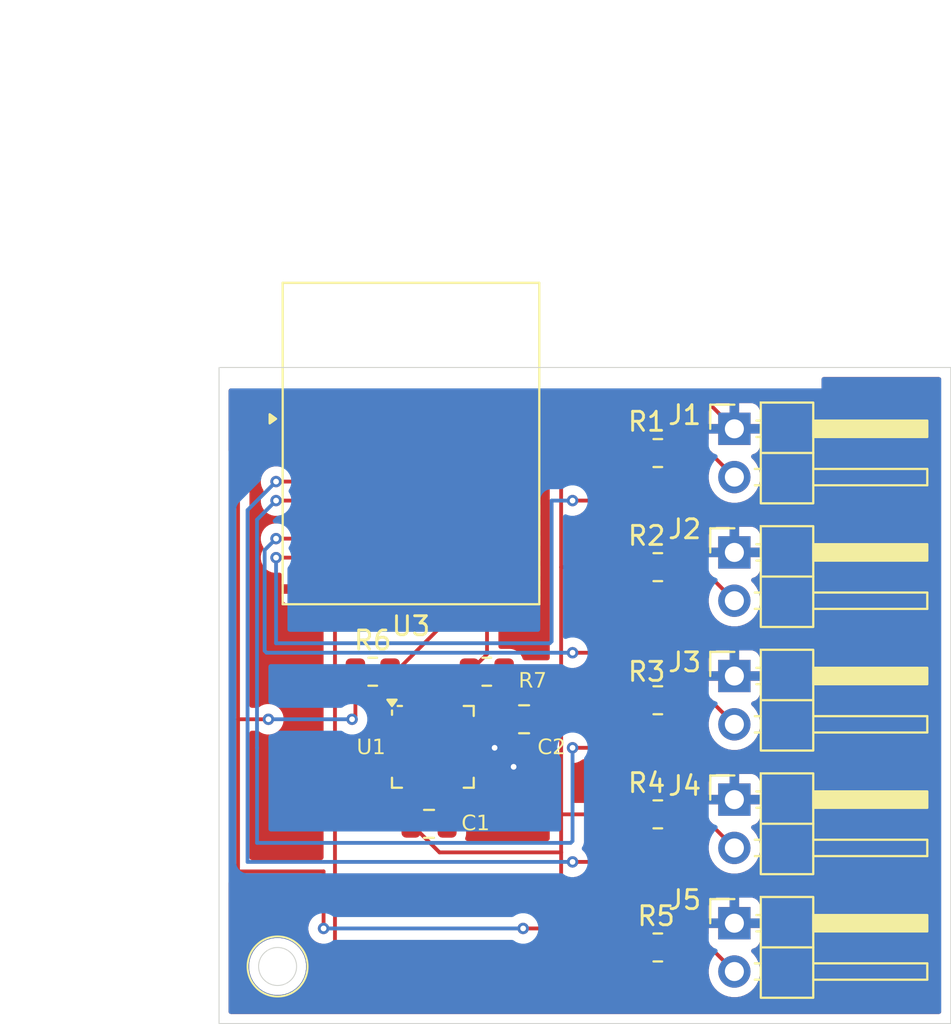
<source format=kicad_pcb>
(kicad_pcb (version 20241229) (generator "pcbnew") (generator_version "9.0")
  (layers (0 "F.Cu" signal) (2 "B.Cu" signal) (13 "F.Paste" user) (15 "B.Paste" user) (5 "F.SilkS" user "F.Silkscreen") (7 "B.SilkS" user "B.Silkscreen") (1 "F.Mask" user) (3 "B.Mask" user) (25 "Edge.Cuts" user))
  (net 0 "")
  (net 1 "Net-(Brd1-SCL)")
  (net 2 "Net-(Brd1-VCC)")
  (net 3 "Net-(Brd1-SDA)")
  (net 4 "Net-(U1-VLOGIC)")
  (net 5 "Net-(U1-VDD)")
  (net 6 "Net-(J1-Pin_2)")
  (net 7 "Net-(J2-Pin_2)")
  (net 8 "Net-(J3-Pin_2)")
  (net 9 "Net-(J4-Pin_2)")
  (net 10 "Net-(J5-Pin_2)")
  (net 11 "Net-(U1-SDA)")
  (net 12 "Net-(U1-SCL)")
  (net 52 "GND")
  (footprint "Resistor_SMD:R_0805_2012Metric" (layer "F.Cu") (at 100.5875 51.5 180)
    (property "Reference" "R7" (at -2.4125 -0.5 0) (layer "F.SilkS") (effects (font (size 0.8 0.8) (thickness 0.075))))
    (property "Value" "4.7k")
    (fp_line (start -0.227064 0.735) (end 0.227064 0.735) (stroke (width 0.12)) (layer "F.SilkS"))
    (fp_line (start -0.227064 -0.735) (end 0.227064 -0.735) (stroke (width 0.12)) (layer "F.SilkS"))
    (pad "1" smd roundrect (at -0.9125 0 180) (size 1.025 1.4) (layers "F.Cu" "F.Mask" "F.Paste") (roundrect_rratio 0.243902) (net 2 "Net-(Brd1-VCC)"))
    (pad "2" smd roundrect (at 0.9125 0 180) (size 1.025 1.4) (layers "F.Cu" "F.Mask" "F.Paste") (roundrect_rratio 0.243902) (net 12 "Net-(U1-SCL)"))
  )
  (footprint "Connector_PinHeader_2.54mm:PinHeader_1x02_P2.54mm_Horizontal" (layer "F.Cu") (at 113.615 51.725)
    (property "Reference" "J3" (at -2.615 -0.725 0) (layer "F.SilkS"))
    (property "Value" "Conn_01x02_Pin" (hide yes))
    (fp_line (start -1.27 -1.27) (end 0 -1.27) (stroke (width 0.12)) (layer "F.SilkS"))
    (fp_line (start -1.27 0) (end -1.27 -1.27) (stroke (width 0.12)) (layer "F.SilkS"))
    (fp_line (start 1.077358 2.11) (end 1.39 2.11) (stroke (width 0.12)) (layer "F.SilkS"))
    (fp_line (start 1.077358 2.97) (end 1.39 2.97) (stroke (width 0.12)) (layer "F.SilkS"))
    (fp_line (start 1.16 -0.43) (end 1.39 -0.43) (stroke (width 0.12)) (layer "F.SilkS"))
    (fp_line (start 1.16 0.43) (end 1.39 0.43) (stroke (width 0.12)) (layer "F.SilkS"))
    (fp_line (start 1.39 1.27) (end 4.15 1.27) (stroke (width 0.12)) (layer "F.SilkS"))
    (fp_line (start 4.15 2.11) (end 10.15 2.11) (stroke (width 0.12)) (layer "F.SilkS"))
    (fp_line (start 10.15 2.11) (end 10.15 2.97) (stroke (width 0.12)) (layer "F.SilkS"))
    (fp_line (start 10.15 2.97) (end 4.15 2.97) (stroke (width 0.12)) (layer "F.SilkS"))
    (fp_rect (start 1.39 -1.38) (end 4.15 3.92) (stroke (width 0.12)) (fill no) (layer "F.SilkS"))
    (fp_rect (start 4.15 -0.43) (end 10.15 0.43) (stroke (width 0.12)) (fill yes) (layer "F.SilkS"))
    (pad "1" thru_hole rect (at 0 0) (size 1.7 1.7) (drill 1) (layers "*.Cu" "*.Mask") (net 52 "GND"))
    (pad "2" thru_hole circle (at 0 2.54) (size 1.7 1.7) (drill 1) (layers "*.Cu" "*.Mask") (net 8 "Net-(J3-Pin_2)"))
  )
  (footprint "Connector_PinHeader_2.54mm:PinHeader_1x02_P2.54mm_Horizontal" (layer "F.Cu") (at 113.615 38.725)
    (property "Reference" "J1" (at -2.615 -0.725 0) (layer "F.SilkS"))
    (property "Value" "Conn_01x02_Pin" (hide yes))
    (fp_line (start -1.27 -1.27) (end 0 -1.27) (stroke (width 0.12)) (layer "F.SilkS"))
    (fp_line (start -1.27 0) (end -1.27 -1.27) (stroke (width 0.12)) (layer "F.SilkS"))
    (fp_line (start 1.077358 2.11) (end 1.39 2.11) (stroke (width 0.12)) (layer "F.SilkS"))
    (fp_line (start 1.077358 2.97) (end 1.39 2.97) (stroke (width 0.12)) (layer "F.SilkS"))
    (fp_line (start 1.16 -0.43) (end 1.39 -0.43) (stroke (width 0.12)) (layer "F.SilkS"))
    (fp_line (start 1.16 0.43) (end 1.39 0.43) (stroke (width 0.12)) (layer "F.SilkS"))
    (fp_line (start 1.39 1.27) (end 4.15 1.27) (stroke (width 0.12)) (layer "F.SilkS"))
    (fp_line (start 4.15 2.11) (end 10.15 2.11) (stroke (width 0.12)) (layer "F.SilkS"))
    (fp_line (start 10.15 2.11) (end 10.15 2.97) (stroke (width 0.12)) (layer "F.SilkS"))
    (fp_line (start 10.15 2.97) (end 4.15 2.97) (stroke (width 0.12)) (layer "F.SilkS"))
    (fp_rect (start 1.39 -1.38) (end 4.15 3.92) (stroke (width 0.12)) (fill no) (layer "F.SilkS"))
    (fp_rect (start 4.15 -0.43) (end 10.15 0.43) (stroke (width 0.12)) (fill yes) (layer "F.SilkS"))
    (pad "1" thru_hole rect (at 0 0) (size 1.7 1.7) (drill 1) (layers "*.Cu" "*.Mask") (net 52 "GND"))
    (pad "2" thru_hole circle (at 0 2.54) (size 1.7 1.7) (drill 1) (layers "*.Cu" "*.Mask") (net 6 "Net-(J1-Pin_2)"))
  )
  (footprint "Capacitor_SMD:C_0805_2012Metric" (layer "F.Cu") (at 102.55 54)
    (property "Reference" "C2" (at 1.45 1.5 0) (layer "F.SilkS") (effects (font (size 0.8 0.8) (thickness 0.075))))
    (property "Value" "0.1uf")
    (fp_line (start -0.261252 -0.735) (end 0.261252 -0.735) (stroke (width 0.12)) (layer "F.SilkS"))
    (fp_line (start -0.261252 0.735) (end 0.261252 0.735) (stroke (width 0.12)) (layer "F.SilkS"))
    (pad "1" smd roundrect (at -0.95 0) (size 1 1.45) (layers "F.Cu" "F.Mask" "F.Paste") (net 2 "Net-(Brd1-VCC)"))
    (pad "2" smd roundrect (at 0.95 0) (size 1 1.45) (layers "F.Cu" "F.Mask" "F.Paste") (net 5 "Net-(U1-VDD)"))
  )
  (footprint "Resistor_SMD:R_0805_2012Metric" (layer "F.Cu") (at 109.5875 46)
    (property "Reference" "R2" (at -0.5875 -1.65 0) (layer "F.SilkS"))
    (property "Value" "10k")
    (fp_line (start -0.227064 -0.735) (end 0.227064 -0.735) (stroke (width 0.12)) (layer "F.SilkS"))
    (fp_line (start -0.227064 0.735) (end 0.227064 0.735) (stroke (width 0.12)) (layer "F.SilkS"))
    (pad "1" smd roundrect (at -0.9125 0) (size 1.025 1.4) (layers "F.Cu" "F.Mask" "F.Paste") (roundrect_rratio 0.243902) (net 2 "Net-(Brd1-VCC)"))
    (pad "2" smd roundrect (at 0.9125 0) (size 1.025 1.4) (layers "F.Cu" "F.Mask" "F.Paste") (roundrect_rratio 0.243902) (net 7 "Net-(J2-Pin_2)"))
  )
  (footprint "Resistor_SMD:R_0805_2012Metric" (layer "F.Cu") (at 109.5875 59)
    (property "Reference" "R4" (at -0.5875 -1.65 0) (layer "F.SilkS"))
    (property "Value" "10k")
    (fp_line (start -0.227064 -0.735) (end 0.227064 -0.735) (stroke (width 0.12)) (layer "F.SilkS"))
    (fp_line (start -0.227064 0.735) (end 0.227064 0.735) (stroke (width 0.12)) (layer "F.SilkS"))
    (pad "1" smd roundrect (at -0.9125 0) (size 1.025 1.4) (layers "F.Cu" "F.Mask" "F.Paste") (roundrect_rratio 0.243902) (net 2 "Net-(Brd1-VCC)"))
    (pad "2" smd roundrect (at 0.9125 0) (size 1.025 1.4) (layers "F.Cu" "F.Mask" "F.Paste") (roundrect_rratio 0.243902) (net 9 "Net-(J4-Pin_2)"))
  )
  (footprint "Resistor_SMD:R_0805_2012Metric" (layer "F.Cu") (at 109.5875 40)
    (property "Reference" "R1" (at -0.5875 -1.65 0) (layer "F.SilkS"))
    (property "Value" "10k")
    (fp_line (start -0.227064 -0.735) (end 0.227064 -0.735) (stroke (width 0.12)) (layer "F.SilkS"))
    (fp_line (start -0.227064 0.735) (end 0.227064 0.735) (stroke (width 0.12)) (layer "F.SilkS"))
    (pad "1" smd roundrect (at -0.9125 0) (size 1.025 1.4) (layers "F.Cu" "F.Mask" "F.Paste") (roundrect_rratio 0.243902) (net 2 "Net-(Brd1-VCC)"))
    (pad "2" smd roundrect (at 0.9125 0) (size 1.025 1.4) (layers "F.Cu" "F.Mask" "F.Paste") (roundrect_rratio 0.243902) (net 6 "Net-(J1-Pin_2)"))
  )
  (footprint "Connector_PinHeader_2.54mm:PinHeader_1x02_P2.54mm_Horizontal" (layer "F.Cu") (at 113.615 64.725)
    (property "Reference" "J5" (at -2.615 -1.225 0) (layer "F.SilkS"))
    (property "Value" "Conn_01x02_Pin" (hide yes))
    (fp_line (start -1.27 -1.27) (end 0 -1.27) (stroke (width 0.12)) (layer "F.SilkS"))
    (fp_line (start -1.27 0) (end -1.27 -1.27) (stroke (width 0.12)) (layer "F.SilkS"))
    (fp_line (start 1.077358 2.11) (end 1.39 2.11) (stroke (width 0.12)) (layer "F.SilkS"))
    (fp_line (start 1.077358 2.97) (end 1.39 2.97) (stroke (width 0.12)) (layer "F.SilkS"))
    (fp_line (start 1.16 -0.43) (end 1.39 -0.43) (stroke (width 0.12)) (layer "F.SilkS"))
    (fp_line (start 1.16 0.43) (end 1.39 0.43) (stroke (width 0.12)) (layer "F.SilkS"))
    (fp_line (start 1.39 1.27) (end 4.15 1.27) (stroke (width 0.12)) (layer "F.SilkS"))
    (fp_line (start 4.15 2.11) (end 10.15 2.11) (stroke (width 0.12)) (layer "F.SilkS"))
    (fp_line (start 10.15 2.11) (end 10.15 2.97) (stroke (width 0.12)) (layer "F.SilkS"))
    (fp_line (start 10.15 2.97) (end 4.15 2.97) (stroke (width 0.12)) (layer "F.SilkS"))
    (fp_rect (start 1.39 -1.38) (end 4.15 3.92) (stroke (width 0.12)) (fill no) (layer "F.SilkS"))
    (fp_rect (start 4.15 -0.43) (end 10.15 0.43) (stroke (width 0.12)) (fill yes) (layer "F.SilkS"))
    (pad "1" thru_hole rect (at 0 0) (size 1.7 1.7) (drill 1) (layers "*.Cu" "*.Mask") (net 52 "GND"))
    (pad "2" thru_hole circle (at 0 2.54) (size 1.7 1.7) (drill 1) (layers "*.Cu" "*.Mask") (net 10 "Net-(J5-Pin_2)"))
  )
  (footprint "RF_Module:ESP32-C6-MINI-1" (layer "F.Cu") (at 96.6 42.2)
    (property "Reference" "U3" (at 0 6.9 0) (layer "F.SilkS"))
    (property "Value" "ESP32-C6-MINI-1")
    (fp_line (start -6.75 -11.15) (end 6.75 -11.15) (stroke (width 0.12)) (layer "F.SilkS"))
    (fp_line (start -6.75 5.75) (end -6.75 -11.15) (stroke (width 0.12)) (layer "F.SilkS"))
    (fp_line (start 6.75 -11.15) (end 6.75 5.75) (stroke (width 0.12)) (layer "F.SilkS"))
    (fp_line (start 6.75 5.75) (end -6.75 5.75) (stroke (width 0.12)) (layer "F.SilkS"))
    (fp_poly (pts (xy -7.1 -4) (xy -7.436 -3.76) (xy -7.436 -4.24) (xy -7.1 -4)) (stroke (width 0.12)) (fill yes) (layer "F.SilkS"))
    (pad "1" smd rect (at -5.9 -4) (size 0.8 0.4) (layers "F.Cu" "F.Mask" "F.Paste") (net 52 "GND"))
    (pad "2" smd rect (at -5.9 -3.2) (size 0.8 0.4) (layers "F.Cu" "F.Mask" "F.Paste") (net 52 "GND"))
    (pad "3" smd rect (at -5.9 -2.4) (size 0.8 0.4) (layers "F.Cu" "F.Mask" "F.Paste") (net 2 "Net-(Brd1-VCC)"))
    (pad "4" smd rect (at -5.9 -1.6) (size 0.8 0.4) (layers "F.Cu" "F.Mask" "F.Paste"))
    (pad "5" smd rect (at -5.9 -0.8) (size 0.8 0.4) (layers "F.Cu" "F.Mask" "F.Paste") (net 9 "Net-(J4-Pin_2)"))
    (pad "6" smd rect (at -5.9 0) (size 0.8 0.4) (layers "F.Cu" "F.Mask" "F.Paste") (net 8 "Net-(J3-Pin_2)"))
    (pad "7" smd rect (at -5.9 0.8) (size 0.8 0.4) (layers "F.Cu" "F.Mask" "F.Paste"))
    (pad "8" smd rect (at -5.9 1.6) (size 0.8 0.4) (layers "F.Cu" "F.Mask" "F.Paste"))
    (pad "9" smd rect (at -5.9 2.4) (size 0.8 0.4) (layers "F.Cu" "F.Mask" "F.Paste") (net 7 "Net-(J2-Pin_2)"))
    (pad "10" smd rect (at -5.9 3.2) (size 0.8 0.4) (layers "F.Cu" "F.Mask" "F.Paste") (net 6 "Net-(J1-Pin_2)"))
    (pad "11" smd rect (at -5.9 4) (size 0.8 0.4) (layers "F.Cu" "F.Mask" "F.Paste") (net 52 "GND"))
    (pad "12" smd rect (at -4.8 4.9 90) (size 0.8 0.4) (layers "F.Cu" "F.Mask" "F.Paste"))
    (pad "13" smd rect (at -4 4.9 90) (size 0.8 0.4) (layers "F.Cu" "F.Mask" "F.Paste") (net 10 "Net-(J5-Pin_2)"))
    (pad "14" smd rect (at -3.2 4.9 90) (size 0.8 0.4) (layers "F.Cu" "F.Mask" "F.Paste") (net 52 "GND"))
    (pad "15" smd rect (at -2.4 4.9 90) (size 0.8 0.4) (layers "F.Cu" "F.Mask" "F.Paste") (net 1 "Net-(Brd1-SCL)"))
    (pad "16" smd rect (at -1.6 4.9 90) (size 0.8 0.4) (layers "F.Cu" "F.Mask" "F.Paste") (net 3 "Net-(Brd1-SDA)"))
    (pad "17" smd rect (at -0.8 4.9 90) (size 0.8 0.4) (layers "F.Cu" "F.Mask" "F.Paste"))
    (pad "18" smd rect (at 0 4.9 90) (size 0.8 0.4) (layers "F.Cu" "F.Mask" "F.Paste"))
    (pad "19" smd rect (at 0.8 4.9 90) (size 0.8 0.4) (layers "F.Cu" "F.Mask" "F.Paste"))
    (pad "20" smd rect (at 1.6 4.9 90) (size 0.8 0.4) (layers "F.Cu" "F.Mask" "F.Paste"))
    (pad "21" smd rect (at 2.4 4.9 90) (size 0.8 0.4) (layers "F.Cu" "F.Mask" "F.Paste"))
    (pad "22" smd rect (at 3.2 4.9 90) (size 0.8 0.4) (layers "F.Cu" "F.Mask" "F.Paste") (net 11 "Net-(U1-SDA)"))
    (pad "23" smd rect (at 4 4.9 90) (size 0.8 0.4) (layers "F.Cu" "F.Mask" "F.Paste") (net 12 "Net-(U1-SCL)"))
    (pad "24" smd rect (at 4.8 4.9 90) (size 0.8 0.4) (layers "F.Cu" "F.Mask" "F.Paste"))
    (pad "25" smd rect (at 5.9 4) (size 0.8 0.4) (layers "F.Cu" "F.Mask" "F.Paste"))
    (pad "26" smd rect (at 5.9 3.2) (size 0.8 0.4) (layers "F.Cu" "F.Mask" "F.Paste"))
    (pad "27" smd rect (at 5.9 2.4) (size 0.8 0.4) (layers "F.Cu" "F.Mask" "F.Paste"))
    (pad "28" smd rect (at 5.9 1.6) (size 0.8 0.4) (layers "F.Cu" "F.Mask" "F.Paste"))
    (pad "29" smd rect (at 5.9 0.8) (size 0.8 0.4) (layers "F.Cu" "F.Mask" "F.Paste"))
    (pad "30" smd rect (at 5.9 0) (size 0.8 0.4) (layers "F.Cu" "F.Mask" "F.Paste"))
    (pad "31" smd rect (at 5.9 -0.8) (size 0.8 0.4) (layers "F.Cu" "F.Mask" "F.Paste"))
    (pad "32" smd rect (at 5.9 -1.6) (size 0.8 0.4) (layers "F.Cu" "F.Mask" "F.Paste"))
    (pad "33" smd rect (at 5.9 -2.4) (size 0.8 0.4) (layers "F.Cu" "F.Mask" "F.Paste"))
    (pad "34" smd rect (at 5.9 -3.2) (size 0.8 0.4) (layers "F.Cu" "F.Mask" "F.Paste"))
    (pad "35" smd rect (at 5.9 -4) (size 0.8 0.4) (layers "F.Cu" "F.Mask" "F.Paste"))
    (pad "36" smd rect (at 4.8 -4.9 90) (size 0.8 0.4) (layers "F.Cu" "F.Mask" "F.Paste") (net 52 "GND"))
    (pad "37" smd rect (at 4 -4.9 90) (size 0.8 0.4) (layers "F.Cu" "F.Mask" "F.Paste") (net 52 "GND"))
    (pad "38" smd rect (at 3.2 -4.9 90) (size 0.8 0.4) (layers "F.Cu" "F.Mask" "F.Paste") (net 52 "GND"))
    (pad "39" smd rect (at 2.4 -4.9 90) (size 0.8 0.4) (layers "F.Cu" "F.Mask" "F.Paste") (net 52 "GND"))
    (pad "40" smd rect (at 1.6 -4.9 90) (size 0.8 0.4) (layers "F.Cu" "F.Mask" "F.Paste") (net 52 "GND"))
    (pad "41" smd rect (at 0.8 -4.9 90) (size 0.8 0.4) (layers "F.Cu" "F.Mask" "F.Paste") (net 52 "GND"))
    (pad "42" smd rect (at 0 -4.9 90) (size 0.8 0.4) (layers "F.Cu" "F.Mask" "F.Paste") (net 52 "GND"))
    (pad "43" smd rect (at -0.8 -4.9 90) (size 0.8 0.4) (layers "F.Cu" "F.Mask" "F.Paste") (net 52 "GND"))
    (pad "44" smd rect (at -1.6 -4.9 90) (size 0.8 0.4) (layers "F.Cu" "F.Mask" "F.Paste") (net 52 "GND"))
    (pad "45" smd rect (at -2.4 -4.9 90) (size 0.8 0.4) (layers "F.Cu" "F.Mask" "F.Paste") (net 52 "GND"))
    (pad "46" smd rect (at -3.2 -4.9 90) (size 0.8 0.4) (layers "F.Cu" "F.Mask" "F.Paste") (net 52 "GND"))
    (pad "47" smd rect (at -4 -4.9 90) (size 0.8 0.4) (layers "F.Cu" "F.Mask" "F.Paste") (net 52 "GND"))
    (pad "48" smd rect (at -4.8 -4.9 90) (size 0.8 0.4) (layers "F.Cu" "F.Mask" "F.Paste") (net 52 "GND"))
    (pad "49" smd roundrect (at -1.975 -1.975) (size 1.45 1.45) (property pad_prop_heatsink) (layers "F.Cu" "F.Mask" "F.Paste") (roundrect_rratio 0) (chamfer_ratio 0.41) (chamfer top_left) (net 52 "GND"))
    (pad "49" smd rect (at -1.975 0) (size 1.45 1.45) (property pad_prop_heatsink) (layers "F.Cu" "F.Mask" "F.Paste") (net 52 "GND"))
    (pad "49" smd rect (at -1.975 1.975) (size 1.45 1.45) (property pad_prop_heatsink) (layers "F.Cu" "F.Mask" "F.Paste") (net 52 "GND"))
    (pad "49" smd rect (at 0 -1.975) (size 1.45 1.45) (property pad_prop_heatsink) (layers "F.Cu" "F.Mask" "F.Paste") (net 52 "GND"))
    (pad "49" smd rect (at 0 0) (size 1.45 1.45) (property pad_prop_heatsink) (layers "F.Cu" "F.Mask" "F.Paste") (net 52 "GND"))
    (pad "49" smd rect (at 0 1.975) (size 1.45 1.45) (property pad_prop_heatsink) (layers "F.Cu" "F.Mask" "F.Paste") (net 52 "GND"))
    (pad "49" smd rect (at 1.975 -1.975) (size 1.45 1.45) (property pad_prop_heatsink) (layers "F.Cu" "F.Mask" "F.Paste") (net 52 "GND"))
    (pad "49" smd rect (at 1.975 0) (size 1.45 1.45) (property pad_prop_heatsink) (layers "F.Cu" "F.Mask" "F.Paste") (net 52 "GND"))
    (pad "49" smd rect (at 1.975 1.975) (size 1.45 1.45) (property pad_prop_heatsink) (layers "F.Cu" "F.Mask" "F.Paste") (net 52 "GND"))
    (pad "50" smd rect (at 5.95 -4.95) (size 0.7 0.7) (layers "F.Cu" "F.Mask" "F.Paste") (net 52 "GND"))
    (pad "51" smd rect (at 5.95 4.95) (size 0.7 0.7) (layers "F.Cu" "F.Mask" "F.Paste") (net 52 "GND"))
    (pad "52" smd rect (at -5.95 4.95) (size 0.7 0.7) (layers "F.Cu" "F.Mask" "F.Paste") (net 52 "GND"))
    (pad "53" smd rect (at -5.95 -4.95) (size 0.7 0.7) (layers "F.Cu" "F.Mask" "F.Paste") (net 52 "GND"))
    (zone (net 0) (net_name "") (layers "F.Cu" "B.Cu") (name "Antenna") (connect_pads (clearance 0)) (min_thickness 0.254)
      (keepout (tracks not_allowed) (vias not_allowed) (pads not_allowed) (copperpour not_allowed) (footprints not_allowed))
      (fill (thermal_gap 0.508) (thermal_bridge_width 0.508))
      (polygon (pts (xy 118.2 36.6) (xy 75 36.6) (xy 75 16.2) (xy 118.2 16.2)))
    )
  )
  (footprint "Capacitor_SMD:C_0805_2012Metric" (layer "F.Cu") (at 97.55 59.5)
    (property "Reference" "C1" (at 2.45 0 0) (layer "F.SilkS") (effects (font (size 0.8 0.8) (thickness 0.05))))
    (property "Value" "0.1uf")
    (fp_line (start -0.261252 -0.735) (end 0.261252 -0.735) (stroke (width 0.12)) (layer "F.SilkS"))
    (fp_line (start -0.261252 0.735) (end 0.261252 0.735) (stroke (width 0.12)) (layer "F.SilkS"))
    (pad "1" smd roundrect (at -0.95 0) (size 1 1.45) (layers "F.Cu" "F.Mask" "F.Paste") (net 2 "Net-(Brd1-VCC)"))
    (pad "2" smd roundrect (at 0.95 0) (size 1 1.45) (layers "F.Cu" "F.Mask" "F.Paste") (net 4 "Net-(U1-VLOGIC)"))
  )
  (footprint "Sensor_Motion:InvenSense_QFN-24_4x4mm_P0.5mm" (layer "F.Cu") (at 97.75 55.45)
    (property "Reference" "U1" (at -3.25 0.05 0) (layer "F.SilkS") (effects (font (size 0.8 0.8) (thickness 0.075))))
    (property "Value" "MPU-6050" (hide yes))
    (fp_line (start -2.15 -1.685) (end -2.15 -1.91) (stroke (width 0.12)) (layer "F.SilkS"))
    (fp_line (start -2.15 2.15) (end -2.15 1.625) (stroke (width 0.12)) (layer "F.SilkS"))
    (fp_line (start -2.15 2.15) (end -1.625 2.15) (stroke (width 0.12)) (layer "F.SilkS"))
    (fp_line (start -1.625 -2.15) (end -1.85 -2.15) (stroke (width 0.12)) (layer "F.SilkS"))
    (fp_line (start 2.15 -2.15) (end 1.625 -2.15) (stroke (width 0.12)) (layer "F.SilkS"))
    (fp_line (start 2.15 -2.15) (end 2.15 -1.625) (stroke (width 0.12)) (layer "F.SilkS"))
    (fp_line (start 2.15 2.15) (end 1.625 2.15) (stroke (width 0.12)) (layer "F.SilkS"))
    (fp_line (start 2.15 2.15) (end 2.15 1.625) (stroke (width 0.12)) (layer "F.SilkS"))
    (fp_poly (pts (xy -2.15 -2.15) (xy -2.39 -2.48) (xy -1.91 -2.48) (xy -2.15 -2.15)) (stroke (width 0.12)) (fill yes) (layer "F.SilkS"))
    (pad "1" smd roundrect (at -1.95 -1.25) (size 0.85 0.3) (layers "F.Cu" "F.Mask" "F.Paste"))
    (pad "2" smd roundrect (at -1.95 -0.75) (size 0.85 0.3) (layers "F.Cu" "F.Mask" "F.Paste"))
    (pad "3" smd roundrect (at -1.95 -0.25) (size 0.85 0.3) (layers "F.Cu" "F.Mask" "F.Paste"))
    (pad "4" smd roundrect (at -1.95 0.25) (size 0.85 0.3) (layers "F.Cu" "F.Mask" "F.Paste"))
    (pad "5" smd roundrect (at -1.95 0.75) (size 0.85 0.3) (layers "F.Cu" "F.Mask" "F.Paste"))
    (pad "6" smd roundrect (at -1.95 1.25) (size 0.85 0.3) (layers "F.Cu" "F.Mask" "F.Paste"))
    (pad "7" smd roundrect (at -1.25 1.95 90) (size 0.85 0.3) (layers "F.Cu" "F.Mask" "F.Paste"))
    (pad "8" smd roundrect (at -0.75 1.95 90) (size 0.85 0.3) (layers "F.Cu" "F.Mask" "F.Paste") (net 4 "Net-(U1-VLOGIC)"))
    (pad "9" smd roundrect (at -0.25 1.95 90) (size 0.85 0.3) (layers "F.Cu" "F.Mask" "F.Paste") (net 52 "GND"))
    (pad "10" smd roundrect (at 0.25 1.95 90) (size 0.85 0.3) (layers "F.Cu" "F.Mask" "F.Paste"))
    (pad "11" smd roundrect (at 0.75 1.95 90) (size 0.85 0.3) (layers "F.Cu" "F.Mask" "F.Paste"))
    (pad "12" smd roundrect (at 1.25 1.95 90) (size 0.85 0.3) (layers "F.Cu" "F.Mask" "F.Paste"))
    (pad "13" smd roundrect (at 1.95 1.25) (size 0.85 0.3) (layers "F.Cu" "F.Mask" "F.Paste") (net 5 "Net-(U1-VDD)"))
    (pad "14" smd roundrect (at 1.95 0.75) (size 0.85 0.3) (layers "F.Cu" "F.Mask" "F.Paste"))
    (pad "15" smd roundrect (at 1.95 0.25) (size 0.85 0.3) (layers "F.Cu" "F.Mask" "F.Paste"))
    (pad "16" smd roundrect (at 1.95 -0.25) (size 0.85 0.3) (layers "F.Cu" "F.Mask" "F.Paste"))
    (pad "17" smd roundrect (at 1.95 -0.75) (size 0.85 0.3) (layers "F.Cu" "F.Mask" "F.Paste"))
    (pad "18" smd roundrect (at 1.95 -1.25) (size 0.85 0.3) (layers "F.Cu" "F.Mask" "F.Paste") (net 52 "GND"))
    (pad "19" smd roundrect (at 1.25 -1.95 90) (size 0.85 0.3) (layers "F.Cu" "F.Mask" "F.Paste"))
    (pad "20" smd roundrect (at 0.75 -1.95 90) (size 0.85 0.3) (layers "F.Cu" "F.Mask" "F.Paste"))
    (pad "21" smd roundrect (at 0.25 -1.95 90) (size 0.85 0.3) (layers "F.Cu" "F.Mask" "F.Paste"))
    (pad "22" smd roundrect (at -0.25 -1.95 90) (size 0.85 0.3) (layers "F.Cu" "F.Mask" "F.Paste"))
    (pad "23" smd roundrect (at -0.75 -1.95 90) (size 0.85 0.3) (layers "F.Cu" "F.Mask" "F.Paste") (net 12 "Net-(U1-SCL)"))
    (pad "24" smd roundrect (at -1.25 -1.95 90) (size 0.85 0.3) (layers "F.Cu" "F.Mask" "F.Paste") (net 11 "Net-(U1-SDA)"))
    (zone (net 0) (net_name "") (layer "F.Cu") (connect_pads (clearance 0)) (min_thickness 0.254)
      (keepout (tracks not_allowed) (vias not_allowed) (pads not_allowed) (copperpour not_allowed) (footprints allowed))
      (fill (thermal_gap 0.508) (thermal_bridge_width 0.508))
      (polygon (pts (xy 96.375 54.125) (xy 99.125 54.125) (xy 99.125 56.775) (xy 96.375 56.775)))
    )
  )
  (footprint "Connector_PinHeader_2.54mm:PinHeader_1x02_P2.54mm_Horizontal" (layer "F.Cu") (at 113.615 58.225)
    (property "Reference" "J4" (at -2.615 -0.725 0) (layer "F.SilkS"))
    (property "Value" "Conn_01x02_Pin" (hide yes))
    (fp_line (start -1.27 -1.27) (end 0 -1.27) (stroke (width 0.12)) (layer "F.SilkS"))
    (fp_line (start -1.27 0) (end -1.27 -1.27) (stroke (width 0.12)) (layer "F.SilkS"))
    (fp_line (start 1.077358 2.11) (end 1.39 2.11) (stroke (width 0.12)) (layer "F.SilkS"))
    (fp_line (start 1.077358 2.97) (end 1.39 2.97) (stroke (width 0.12)) (layer "F.SilkS"))
    (fp_line (start 1.16 -0.43) (end 1.39 -0.43) (stroke (width 0.12)) (layer "F.SilkS"))
    (fp_line (start 1.16 0.43) (end 1.39 0.43) (stroke (width 0.12)) (layer "F.SilkS"))
    (fp_line (start 1.39 1.27) (end 4.15 1.27) (stroke (width 0.12)) (layer "F.SilkS"))
    (fp_line (start 4.15 2.11) (end 10.15 2.11) (stroke (width 0.12)) (layer "F.SilkS"))
    (fp_line (start 10.15 2.11) (end 10.15 2.97) (stroke (width 0.12)) (layer "F.SilkS"))
    (fp_line (start 10.15 2.97) (end 4.15 2.97) (stroke (width 0.12)) (layer "F.SilkS"))
    (fp_rect (start 1.39 -1.38) (end 4.15 3.92) (stroke (width 0.12)) (fill no) (layer "F.SilkS"))
    (fp_rect (start 4.15 -0.43) (end 10.15 0.43) (stroke (width 0.12)) (fill yes) (layer "F.SilkS"))
    (pad "1" thru_hole rect (at 0 0) (size 1.7 1.7) (drill 1) (layers "*.Cu" "*.Mask") (net 52 "GND"))
    (pad "2" thru_hole circle (at 0 2.54) (size 1.7 1.7) (drill 1) (layers "*.Cu" "*.Mask") (net 9 "Net-(J4-Pin_2)"))
  )
  (footprint "Resistor_SMD:R_0805_2012Metric" (layer "F.Cu") (at 109.5875 66)
    (property "Reference" "R5" (at -0.0875 -1.65 0) (layer "F.SilkS"))
    (property "Value" "10k")
    (fp_line (start -0.227064 -0.735) (end 0.227064 -0.735) (stroke (width 0.12)) (layer "F.SilkS"))
    (fp_line (start -0.227064 0.735) (end 0.227064 0.735) (stroke (width 0.12)) (layer "F.SilkS"))
    (pad "1" smd roundrect (at -0.9125 0) (size 1.025 1.4) (layers "F.Cu" "F.Mask" "F.Paste") (roundrect_rratio 0.243902) (net 2 "Net-(Brd1-VCC)"))
    (pad "2" smd roundrect (at 0.9125 0) (size 1.025 1.4) (layers "F.Cu" "F.Mask" "F.Paste") (roundrect_rratio 0.243902) (net 10 "Net-(J5-Pin_2)"))
  )
  (footprint "Resistor_SMD:R_0805_2012Metric" (layer "F.Cu") (at 109.5875 53)
    (property "Reference" "R3" (at -0.5875 -1.5 0) (layer "F.SilkS"))
    (property "Value" "10k")
    (fp_line (start -0.227064 -0.735) (end 0.227064 -0.735) (stroke (width 0.12)) (layer "F.SilkS"))
    (fp_line (start -0.227064 0.735) (end 0.227064 0.735) (stroke (width 0.12)) (layer "F.SilkS"))
    (pad "1" smd roundrect (at -0.9125 0) (size 1.025 1.4) (layers "F.Cu" "F.Mask" "F.Paste") (roundrect_rratio 0.243902) (net 2 "Net-(Brd1-VCC)"))
    (pad "2" smd roundrect (at 0.9125 0) (size 1.025 1.4) (layers "F.Cu" "F.Mask" "F.Paste") (roundrect_rratio 0.243902) (net 8 "Net-(J3-Pin_2)"))
  )
  (footprint "Resistor_SMD:R_0805_2012Metric" (layer "F.Cu") (at 94.5875 51.5)
    (property "Reference" "R6" (at 0 -1.65 0) (layer "F.SilkS"))
    (property "Value" "4.7k")
    (fp_line (start -0.227064 -0.735) (end 0.227064 -0.735) (stroke (width 0.12)) (layer "F.SilkS"))
    (fp_line (start -0.227064 0.735) (end 0.227064 0.735) (stroke (width 0.12)) (layer "F.SilkS"))
    (pad "1" smd roundrect (at -0.9125 0) (size 1.025 1.4) (layers "F.Cu" "F.Mask" "F.Paste") (roundrect_rratio 0.243902) (net 2 "Net-(Brd1-VCC)"))
    (pad "2" smd roundrect (at 0.9125 0) (size 1.025 1.4) (layers "F.Cu" "F.Mask" "F.Paste") (roundrect_rratio 0.243902) (net 11 "Net-(U1-SDA)"))
  )
  (footprint "Connector_PinHeader_2.54mm:PinHeader_1x02_P2.54mm_Horizontal" (layer "F.Cu") (at 113.615 45.225)
    (property "Reference" "J2" (at -2.615 -1.225 0) (layer "F.SilkS"))
    (property "Value" "Conn_01x02_Pin" (hide yes))
    (fp_line (start -1.27 -1.27) (end 0 -1.27) (stroke (width 0.12)) (layer "F.SilkS"))
    (fp_line (start -1.27 0) (end -1.27 -1.27) (stroke (width 0.12)) (layer "F.SilkS"))
    (fp_line (start 1.077358 2.11) (end 1.39 2.11) (stroke (width 0.12)) (layer "F.SilkS"))
    (fp_line (start 1.077358 2.97) (end 1.39 2.97) (stroke (width 0.12)) (layer "F.SilkS"))
    (fp_line (start 1.16 -0.43) (end 1.39 -0.43) (stroke (width 0.12)) (layer "F.SilkS"))
    (fp_line (start 1.16 0.43) (end 1.39 0.43) (stroke (width 0.12)) (layer "F.SilkS"))
    (fp_line (start 1.39 1.27) (end 4.15 1.27) (stroke (width 0.12)) (layer "F.SilkS"))
    (fp_line (start 4.15 2.11) (end 10.15 2.11) (stroke (width 0.12)) (layer "F.SilkS"))
    (fp_line (start 10.15 2.11) (end 10.15 2.97) (stroke (width 0.12)) (layer "F.SilkS"))
    (fp_line (start 10.15 2.97) (end 4.15 2.97) (stroke (width 0.12)) (layer "F.SilkS"))
    (fp_rect (start 1.39 -1.38) (end 4.15 3.92) (stroke (width 0.12)) (fill no) (layer "F.SilkS"))
    (fp_rect (start 4.15 -0.43) (end 10.15 0.43) (stroke (width 0.12)) (fill yes) (layer "F.SilkS"))
    (pad "1" thru_hole rect (at 0 0) (size 1.7 1.7) (drill 1) (layers "*.Cu" "*.Mask") (net 52 "GND"))
    (pad "2" thru_hole circle (at 0 2.54) (size 1.7 1.7) (drill 1) (layers "*.Cu" "*.Mask") (net 7 "Net-(J2-Pin_2)"))
  )
  (gr_circle (center 89.581139 67) (end 91.081139 67.5) (stroke (width 0.1)) (fill no) (layer "F.SilkS"))
  (gr_circle (center 89.581139 67) (end 90.581139 67) (stroke (width 0.05)) (fill no) (layer "Edge.Cuts"))
  (gr_rect (start 86.5 35.5) (end 125 70) (stroke (width 0.05)) (fill no) (layer "Edge.Cuts"))
  (segment (start 104.5 52) (end 104.5 53) (width 0.2) (layer "F.Cu") (net 2))
  (segment (start 108.675 59) (end 104.5 59) (width 0.2) (layer "F.Cu") (net 2))
  (segment (start 104.5 65) (end 104.5 66) (width 0.2) (layer "F.Cu") (net 2))
  (segment (start 104.5 61) (end 104.5 65) (width 0.2) (layer "F.Cu") (net 2))
  (segment (start 89.098 54) (end 87.5 54) (width 0.2) (layer "F.Cu") (net 2))
  (segment (start 101.5 51.5) (end 104.5 51.5) (width 0.2) (layer "F.Cu") (net 2))
  (segment (start 108.675 40) (end 104.5 40) (width 0.2) (layer "F.Cu") (net 2))
  (segment (start 104.5 51.5) (end 104.5 52) (width 0.2) (layer "F.Cu") (net 2))
  (segment (start 88.2 39.8) (end 90.7 39.8) (width 0.2) (layer "F.Cu") (net 2))
  (segment (start 104.5 59) (end 104.5 61) (width 0.2) (layer "F.Cu") (net 2))
  (segment (start 92 62) (end 87.5 62) (width 0.2) (layer "F.Cu") (net 2))
  (segment (start 98.1 61) (end 104.5 61) (width 0.2) (layer "F.Cu") (net 2))
  (segment (start 103.6 52) (end 104.5 52) (width 0.2) (layer "F.Cu") (net 2))
  (segment (start 104.5 53) (end 104.5 59) (width 0.2) (layer "F.Cu") (net 2))
  (segment (start 87.5 54) (end 87.5 62) (width 0.2) (layer "F.Cu") (net 2))
  (segment (start 102.5 65) (end 104.5 65) (width 0.2) (layer "F.Cu") (net 2))
  (segment (start 92 65) (end 92 62) (width 0.2) (layer "F.Cu") (net 2))
  (segment (start 104.5 40) (end 104.5 40.5) (width 0.2) (layer "F.Cu") (net 2))
  (segment (start 93.675 53.825) (end 93.5 54) (width 0.2) (layer "F.Cu") (net 2))
  (segment (start 87.5 54) (end 87.5 40.5) (width 0.2) (layer "F.Cu") (net 2))
  (segment (start 104.5 40.5) (end 104.5 46) (width 0.2) (layer "F.Cu") (net 2))
  (segment (start 101.6 54) (end 103.6 52) (width 0.2) (layer "F.Cu") (net 2))
  (segment (start 104.5 46) (end 104.5 51.5) (width 0.2) (layer "F.Cu") (net 2))
  (segment (start 93.675 51.5) (end 93.675 53.825) (width 0.2) (layer "F.Cu") (net 2))
  (segment (start 96.6 59.5) (end 98.1 61) (width 0.2) (layer "F.Cu") (net 2))
  (segment (start 108.675 53) (end 104.5 53) (width 0.2) (layer "F.Cu") (net 2))
  (segment (start 108.675 46) (end 104.5 46) (width 0.2) (layer "F.Cu") (net 2))
  (segment (start 108.675 66) (end 104.5 66) (width 0.2) (layer "F.Cu") (net 2))
  (segment (start 87.5 40.5) (end 88.2 39.8) (width 0.2) (layer "F.Cu") (net 2))
  (via (at 93.5 54) (size 0.6) (drill 0.3) (layers "F.Cu" "B.Cu") (net 2))
  (via (at 92 65) (size 0.6) (drill 0.3) (layers "F.Cu" "B.Cu") (net 2))
  (via (at 102.5 65) (size 0.6) (drill 0.3) (layers "F.Cu" "B.Cu") (net 2))
  (via (at 89.098 54) (size 0.6) (drill 0.3) (layers "F.Cu" "B.Cu") (net 2))
  (segment (start 92 65) (end 102.5 65) (width 0.2) (layer "B.Cu") (net 2))
  (segment (start 93.5 54) (end 89.098 54) (width 0.2) (layer "B.Cu") (net 2))
  (segment (start 97 58) (end 98.5 59.5) (width 0.2) (layer "F.Cu") (net 4))
  (segment (start 97 57.4) (end 97 58) (width 0.2) (layer "F.Cu") (net 4))
  (segment (start 100.8 56.7) (end 103.5 54) (width 0.2) (layer "F.Cu") (net 5))
  (segment (start 99.7 56.7) (end 100.8 56.7) (width 0.2) (layer "F.Cu") (net 5))
  (segment (start 112.35 40) (end 113.615 41.265) (width 0.2) (layer "F.Cu") (net 6))
  (segment (start 110.5 40) (end 112.35 40) (width 0.2) (layer "F.Cu") (net 6))
  (segment (start 90.6 45.5) (end 90.7 45.4) (width 0.2) (layer "F.Cu") (net 6))
  (segment (start 89.5 45.5) (end 90.6 45.5) (width 0.2) (layer "F.Cu") (net 6))
  (segment (start 110.5 42.5) (end 105.1 42.5) (width 0.2) (layer "F.Cu") (net 6))
  (segment (start 110.5 40) (end 110.5 42.5) (width 0.2) (layer "F.Cu") (net 6))
  (via (at 89.5 45.5) (size 0.6) (drill 0.3) (layers "F.Cu" "B.Cu") (net 6))
  (via (at 105.1 42.5) (size 0.6) (drill 0.3) (layers "F.Cu" "B.Cu") (net 6))
  (segment (start 89.5 50) (end 89.5 45.5) (width 0.2) (layer "B.Cu") (net 6))
  (segment (start 104 49.9) (end 103.9 50) (width 0.2) (layer "B.Cu") (net 6))
  (segment (start 105.1 42.5) (end 104 42.5) (width 0.2) (layer "B.Cu") (net 6))
  (segment (start 103.9 50) (end 89.5 50) (width 0.2) (layer "B.Cu") (net 6))
  (segment (start 104 42.5) (end 104 49.9) (width 0.2) (layer "B.Cu") (net 6))
  (segment (start 110.5 46) (end 110.5 50.5) (width 0.2) (layer "F.Cu") (net 7))
  (segment (start 110.5 46) (end 111.85 46) (width 0.2) (layer "F.Cu") (net 7))
  (segment (start 111.85 46) (end 113.615 47.765) (width 0.2) (layer "F.Cu") (net 7))
  (segment (start 89.5 44.5) (end 90.6 44.5) (width 0.2) (layer "F.Cu") (net 7))
  (segment (start 90.6 44.5) (end 90.7 44.6) (width 0.2) (layer "F.Cu") (net 7))
  (segment (start 110.5 50.5) (end 105.1 50.5) (width 0.2) (layer "F.Cu") (net 7))
  (via (at 89.5 44.5) (size 0.6) (drill 0.3) (layers "F.Cu" "B.Cu") (net 7))
  (via (at 105.1 50.5) (size 0.6) (drill 0.3) (layers "F.Cu" "B.Cu") (net 7))
  (segment (start 89 50.5) (end 88.899 50.399) (width 0.2) (layer "B.Cu") (net 7))
  (segment (start 88.899 50.399) (end 88.899 45.101) (width 0.2) (layer "B.Cu") (net 7))
  (segment (start 88.899 45.101) (end 89.5 44.5) (width 0.2) (layer "B.Cu") (net 7))
  (segment (start 105.1 50.5) (end 89 50.5) (width 0.2) (layer "B.Cu") (net 7))
  (segment (start 90.4 42.5) (end 90.7 42.2) (width 0.2) (layer "F.Cu") (net 8))
  (segment (start 110.5 53) (end 110.5 55.5) (width 0.2) (layer "F.Cu") (net 8))
  (segment (start 89.5 42.5) (end 90.4 42.5) (width 0.2) (layer "F.Cu") (net 8))
  (segment (start 110.5 55.5) (end 105.1 55.5) (width 0.2) (layer "F.Cu") (net 8))
  (segment (start 110.5 53) (end 112.35 53) (width 0.2) (layer "F.Cu") (net 8))
  (segment (start 112.35 53) (end 113.615 54.265) (width 0.2) (layer "F.Cu") (net 8))
  (via (at 89.5 42.5) (size 0.6) (drill 0.3) (layers "F.Cu" "B.Cu") (net 8))
  (via (at 105.1 55.5) (size 0.6) (drill 0.3) (layers "F.Cu" "B.Cu") (net 8))
  (segment (start 88.5 60.5) (end 88.5 55.5) (width 0.2) (layer "B.Cu") (net 8))
  (segment (start 88.498 55.498) (end 88.498 43.502) (width 0.2) (layer "B.Cu") (net 8))
  (segment (start 88.5 55.5) (end 88.498 55.498) (width 0.2) (layer "B.Cu") (net 8))
  (segment (start 105 60.5) (end 88.5 60.5) (width 0.2) (layer "B.Cu") (net 8))
  (segment (start 105.1 60.4) (end 105 60.5) (width 0.2) (layer "B.Cu") (net 8))
  (segment (start 88.498 43.502) (end 89.5 42.5) (width 0.2) (layer "B.Cu") (net 8))
  (segment (start 105.1 55.5) (end 105.1 60.4) (width 0.2) (layer "B.Cu") (net 8))
  (segment (start 110.5 59) (end 110.5 61.5) (width 0.2) (layer "F.Cu") (net 9))
  (segment (start 111.85 59) (end 113.615 60.765) (width 0.2) (layer "F.Cu") (net 9))
  (segment (start 90.6 41.5) (end 90.7 41.4) (width 0.2) (layer "F.Cu") (net 9))
  (segment (start 110.5 59) (end 111.85 59) (width 0.2) (layer "F.Cu") (net 9))
  (segment (start 89.5 41.5) (end 90.6 41.5) (width 0.2) (layer "F.Cu") (net 9))
  (segment (start 110.5 61.5) (end 105.1 61.5) (width 0.2) (layer "F.Cu") (net 9))
  (via (at 105.1 61.5) (size 0.6) (drill 0.3) (layers "F.Cu" "B.Cu") (net 9))
  (via (at 89.5 41.5) (size 0.6) (drill 0.3) (layers "F.Cu" "B.Cu") (net 9))
  (segment (start 105.1 61.5) (end 88 61.5) (width 0.2) (layer "B.Cu") (net 9))
  (segment (start 88 61.5) (end 88 43) (width 0.2) (layer "B.Cu") (net 9))
  (segment (start 88 43) (end 89.5 41.5) (width 0.2) (layer "B.Cu") (net 9))
  (segment (start 112.35 66) (end 113.615 67.265) (width 0.2) (layer "F.Cu") (net 10))
  (segment (start 110.5 66) (end 110.5 68.5) (width 0.2) (layer "F.Cu") (net 10))
  (segment (start 92.6 68.4) (end 92.6 47.1) (width 0.2) (layer "F.Cu") (net 10))
  (segment (start 92.5 68.5) (end 92.6 68.4) (width 0.2) (layer "F.Cu") (net 10))
  (segment (start 110.5 68.5) (end 92.5 68.5) (width 0.2) (layer "F.Cu") (net 10))
  (segment (start 110.5 66) (end 112.35 66) (width 0.2) (layer "F.Cu") (net 10))
  (segment (start 95.5 51.5) (end 95.802 51.5) (width 0.2) (layer "F.Cu") (net 11))
  (segment (start 96.5 52.5) (end 95.5 51.5) (width 0.2) (layer "F.Cu") (net 11))
  (segment (start 95.802 51.5) (end 99.8 47.502) (width 0.2) (layer "F.Cu") (net 11))
  (segment (start 96.5 53.5) (end 96.5 52.5) (width 0.2) (layer "F.Cu") (net 11))
  (segment (start 99.8 47.502) (end 99.8 47.1) (width 0.2) (layer "F.Cu") (net 11))
  (segment (start 100.6 50.575) (end 100.6 47.1) (width 0.2) (layer "F.Cu") (net 12))
  (segment (start 97 53) (end 98.5 51.5) (width 0.2) (layer "F.Cu") (net 12))
  (segment (start 97 53.5) (end 97 53) (width 0.2) (layer "F.Cu") (net 12))
  (segment (start 99.675 51.5) (end 100.6 50.575) (width 0.2) (layer "F.Cu") (net 12))
  (segment (start 98.5 51.5) (end 99.675 51.5) (width 0.2) (layer "F.Cu") (net 12))
  (segment (start 90.899 46.399) (end 91.401 46.399) (width 0.2) (layer "F.Cu") (net 52))
  (segment (start 91.401 46.399) (end 90.65 47.15) (width 0.2) (layer "F.Cu") (net 52))
  (segment (start 93.299 46.399) (end 91.401 46.399) (width 0.2) (layer "F.Cu") (net 52))
  (segment (start 100.374 58.126) (end 102 56.5) (width 0.2) (layer "F.Cu") (net 52))
  (segment (start 113.615 38.725) (end 112.14 37.25) (width 0.2) (layer "F.Cu") (net 52))
  (segment (start 97.5 57.858824) (end 97.767176 58.126) (width 0.2) (layer "F.Cu") (net 52))
  (segment (start 101 55.041176) (end 100.158824 54.2) (width 0.2) (layer "F.Cu") (net 52))
  (segment (start 97.5 57.4) (end 97.5 57.858824) (width 0.2) (layer "F.Cu") (net 52))
  (segment (start 112.14 37.25) (end 102.55 37.25) (width 0.2) (layer "F.Cu") (net 52))
  (segment (start 93.4 47.1) (end 93.4 46.5) (width 0.2) (layer "F.Cu") (net 52))
  (segment (start 101 55.5) (end 101 55.041176) (width 0.2) (layer "F.Cu") (net 52))
  (segment (start 100.158824 54.2) (end 99.7 54.2) (width 0.2) (layer "F.Cu") (net 52))
  (segment (start 93.4 46.5) (end 93.299 46.399) (width 0.2) (layer "F.Cu") (net 52))
  (segment (start 90.7 46.2) (end 90.899 46.399) (width 0.2) (layer "F.Cu") (net 52))
  (segment (start 97.767176 58.126) (end 100.374 58.126) (width 0.2) (layer "F.Cu") (net 52))
  (via (at 102 56.5) (size 0.6) (drill 0.3) (layers "F.Cu" "B.Cu") (net 52))
  (via (at 101 55.5) (size 0.6) (drill 0.3) (layers "F.Cu" "B.Cu") (net 52))
  (segment (start 102 56.5) (end 101 55.5) (width 0.2) (layer "B.Cu") (net 52))
  (zone (net 52) (net_name "GND") (layers "F.Cu" "B.Cu") (connect_pads (clearance 0.5)) (min_thickness 0.25) (fill yes (thermal_gap 0.5) (thermal_bridge_width 0.5))
    (polygon (pts (xy 86.5 35.5) (xy 86.5 70) (xy 125 70) (xy 125 35.5)))
  )
)
</source>
